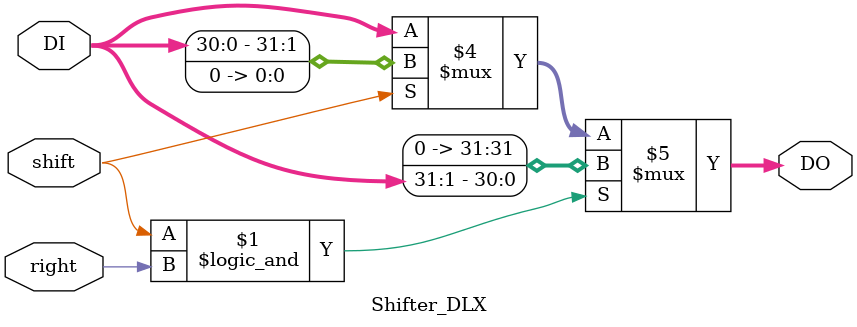
<source format=v>
`timescale 1ns / 1ps
module Shifter_DLX(
    input [31:0] DI,
    input shift,
    input right,
    output [31:0] DO
    );
	
assign DO = (shift && right) ? (DI>>1) : (shift) ? (DI<<1) : DI; 

endmodule

</source>
